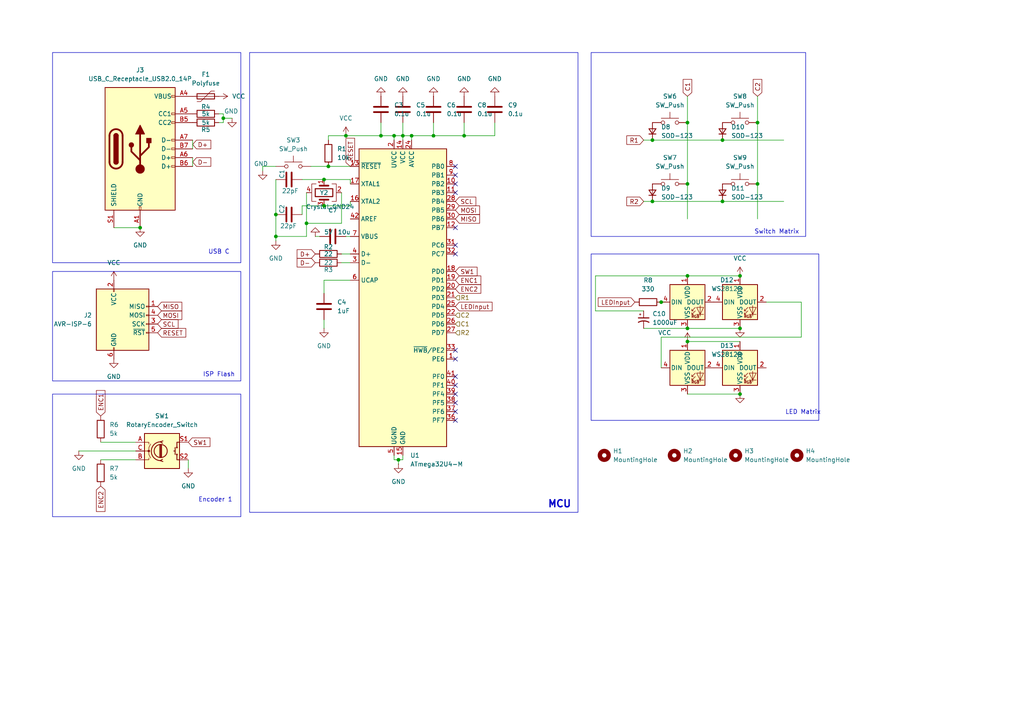
<source format=kicad_sch>
(kicad_sch (version 20250114) (generator "eeschema") (generator_version "9.0")
  (paper "A4")
  (title_block (title "MacroPad Design"))
  (lib_symbols
    (symbol "Connector:AVR-ISP-6" (pin_names (offset 1.016))
      (property "Reference" "J" (at -6.35 11.43 0))
      (property "Value" "AVR-ISP-6" (at 0 11.43 0))
      (symbol "AVR-ISP-6_0_1"
        (rectangle (start -2.667 10.16) (end -2.413 9.398))
        (rectangle (start -2.667 -6.858) (end -2.413 -7.62))
        (rectangle (start 7.62 10.16) (end -7.62 -7.62) (stroke (width 0.254)) (fill (type background)))
        (rectangle (start 7.62 5.207) (end 6.858 4.953))
        (rectangle (start 7.62 2.667) (end 6.858 2.413))
        (rectangle (start 7.62 0.127) (end 6.858 -0.127))
        (rectangle (start 7.62 -2.413) (end 6.858 -2.667))
      )
      (symbol "AVR-ISP-6_1_1"
        (pin passive line (at -2.54 12.7 270) (length 2.54) (name "VCC") (number "2"))
        (pin passive line (at -2.54 -10.16 90) (length 2.54) (name "GND") (number "6"))
        (pin passive line (at 10.16 5.08 180) (length 2.54) (name "MISO") (number "1"))
        (pin passive line (at 10.16 2.54 180) (length 2.54) (name "MOSI") (number "4"))
        (pin passive line (at 10.16 0 180) (length 2.54) (name "SCK") (number "3"))
        (pin passive line (at 10.16 -2.54 180) (length 2.54) (name "~{RST}") (number "5"))
      )
    )
    (symbol "Connector:USB_C_Receptacle_USB2.0_14P" (pin_names (offset 1.016))
      (property "Reference" "J" (at 0 22.225 0))
      (property "Value" "USB_C_Receptacle_USB2.0_14P" (at 0 19.685 0))
      (symbol "USB_C_Receptacle_USB2.0_14P_0_0"
        (rectangle (start -0.254 -17.78) (end 0.254 -16.764))
        (rectangle (start 10.16 15.494) (end 9.144 14.986))
        (rectangle (start 10.16 10.414) (end 9.144 9.906))
        (rectangle (start 10.16 7.874) (end 9.144 7.366))
        (rectangle (start 10.16 2.794) (end 9.144 2.286))
        (rectangle (start 10.16 0.254) (end 9.144 -0.254))
        (rectangle (start 10.16 -2.286) (end 9.144 -2.794))
        (rectangle (start 10.16 -4.826) (end 9.144 -5.334))
      )
      (symbol "USB_C_Receptacle_USB2.0_14P_0_1"
        (rectangle (start -10.16 17.78) (end 10.16 -17.78) (stroke (width 0.254)) (fill (type background)))
        (polyline (pts (xy -8.89 -3.81) (xy -8.89 3.81)) (stroke (width 0.508)))
        (rectangle (start -7.62 -3.81) (end -6.35 3.81) (stroke (width 0.254)) (fill (type outline)))
        (arc (start -7.62 3.81) (mid -6.985 4.4423) (end -6.35 3.81) (stroke (width 0.254)))
        (arc (start -7.62 3.81) (mid -6.985 4.4423) (end -6.35 3.81) (stroke (width 0.254)) (fill (type outline)))
        (arc (start -8.89 3.81) (mid -6.985 5.7067) (end -5.08 3.81) (stroke (width 0.508)))
        (arc (start -5.08 -3.81) (mid -6.985 -5.7067) (end -8.89 -3.81) (stroke (width 0.508)))
        (arc (start -6.35 -3.81) (mid -6.985 -4.4423) (end -7.62 -3.81) (stroke (width 0.254)))
        (arc (start -6.35 -3.81) (mid -6.985 -4.4423) (end -7.62 -3.81) (stroke (width 0.254)) (fill (type outline)))
        (polyline (pts (xy -5.08 3.81) (xy -5.08 -3.81)) (stroke (width 0.508)))
        (circle (center -2.54 1.143) (radius 0.635) (stroke (width 0.254)) (fill (type outline)))
        (polyline (pts (xy -1.27 4.318) (xy 0 6.858) (xy 1.27 4.318) (xy -1.27 4.318)) (stroke (width 0.254)) (fill (type outline)))
        (polyline (pts (xy 0 -2.032) (xy 2.54 0.508) (xy 2.54 1.778)) (stroke (width 0.508)))
        (polyline (pts (xy 0 -3.302) (xy -2.54 -0.762) (xy -2.54 0.508)) (stroke (width 0.508)))
        (polyline (pts (xy 0 -5.842) (xy 0 4.318)) (stroke (width 0.508)))
        (circle (center 0 -5.842) (radius 1.27) (fill (type outline)))
        (rectangle (start 1.905 1.778) (end 3.175 3.048) (stroke (width 0.254)) (fill (type outline)))
      )
      (symbol "USB_C_Receptacle_USB2.0_14P_1_1"
        (pin passive line (at -7.62 -22.86 90) (length 5.08) (name "SHIELD") (number "S1"))
        (pin passive line (at 0 -22.86 90) (length 5.08) (name "GND") (number "A1"))
        (pin passive line (at 0 -22.86 90) (length 5.08) (hide yes) (name "GND") (number "A12"))
        (pin passive line (at 0 -22.86 90) (length 5.08) (hide yes) (name "GND") (number "B1"))
        (pin passive line (at 0 -22.86 90) (length 5.08) (hide yes) (name "GND") (number "B12"))
        (pin passive line (at 15.24 15.24 180) (length 5.08) (name "VBUS") (number "A4"))
        (pin passive line (at 15.24 15.24 180) (length 5.08) (hide yes) (name "VBUS") (number "A9"))
        (pin passive line (at 15.24 15.24 180) (length 5.08) (hide yes) (name "VBUS") (number "B4"))
        (pin passive line (at 15.24 15.24 180) (length 5.08) (hide yes) (name "VBUS") (number "B9"))
        (pin bidirectional line (at 15.24 10.16 180) (length 5.08) (name "CC1") (number "A5"))
        (pin bidirectional line (at 15.24 7.62 180) (length 5.08) (name "CC2") (number "B5"))
        (pin bidirectional line (at 15.24 2.54 180) (length 5.08) (name "D-") (number "A7"))
        (pin bidirectional line (at 15.24 0 180) (length 5.08) (name "D-") (number "B7"))
        (pin bidirectional line (at 15.24 -2.54 180) (length 5.08) (name "D+") (number "A6"))
        (pin bidirectional line (at 15.24 -5.08 180) (length 5.08) (name "D+") (number "B6"))
      )
    )
    (symbol "Device:C" (pin_numbers (hide yes)) (pin_names (offset 0.254))
      (property "Reference" "C" (at 0.635 2.54 0))
      (property "Value" "C" (at 0.635 -2.54 0))
      (symbol "C_0_1"
        (polyline (pts (xy -2.032 0.762) (xy 2.032 0.762)) (stroke (width 0.508)))
        (polyline (pts (xy -2.032 -0.762) (xy 2.032 -0.762)) (stroke (width 0.508)))
      )
      (symbol "C_1_1"
        (pin passive line (at 0 3.81 270) (length 2.794) (name "~") (number "1"))
        (pin passive line (at 0 -3.81 90) (length 2.794) (name "~") (number "2"))
      )
    )
    (symbol "Device:C_Polarized_Small_US" (pin_numbers (hide yes)) (pin_names (offset 0.254) (hide yes))
      (property "Reference" "C" (at 0.254 1.778 0))
      (property "Value" "C_Polarized_Small_US" (at 0.254 -2.032 0))
      (symbol "C_Polarized_Small_US_0_1"
        (polyline (pts (xy -1.524 0.508) (xy 1.524 0.508)) (stroke (width 0.3048)))
        (polyline (pts (xy -1.27 1.524) (xy -0.762 1.524)))
        (polyline (pts (xy -1.016 1.27) (xy -1.016 1.778)))
        (arc (start -1.524 -0.762) (mid 0 -0.3734) (end 1.524 -0.762) (stroke (width 0.3048)))
      )
      (symbol "C_Polarized_Small_US_1_1"
        (pin passive line (at 0 2.54 270) (length 2.032) (name "~") (number "1"))
        (pin passive line (at 0 -2.54 90) (length 2.032) (name "~") (number "2"))
      )
    )
    (symbol "Device:Crystal_GND24" (pin_names (offset 1.016) (hide yes))
      (property "Reference" "Y" (at 3.175 5.08 0))
      (property "Value" "Crystal_GND24" (at 3.175 3.175 0))
      (symbol "Crystal_GND24_0_1"
        (polyline (pts (xy -2.54 2.286) (xy -2.54 3.556) (xy 2.54 3.556) (xy 2.54 2.286)))
        (polyline (pts (xy -2.54 0) (xy -2.032 0)))
        (polyline (pts (xy -2.54 -2.286) (xy -2.54 -3.556) (xy 2.54 -3.556) (xy 2.54 -2.286)))
        (polyline (pts (xy -2.032 -1.27) (xy -2.032 1.27)) (stroke (width 0.508)))
        (rectangle (start -1.143 2.54) (end 1.143 -2.54) (stroke (width 0.3048)))
        (polyline (pts (xy 0 3.556) (xy 0 3.81)))
        (polyline (pts (xy 0 -3.81) (xy 0 -3.556)))
        (polyline (pts (xy 2.032 0) (xy 2.54 0)))
        (polyline (pts (xy 2.032 -1.27) (xy 2.032 1.27)) (stroke (width 0.508)))
      )
      (symbol "Crystal_GND24_1_1"
        (pin passive line (at -3.81 0 0) (length 1.27) (name "1") (number "1"))
        (pin passive line (at 0 5.08 270) (length 1.27) (name "2") (number "2"))
        (pin passive line (at 0 -5.08 90) (length 1.27) (name "4") (number "4"))
        (pin passive line (at 3.81 0 180) (length 1.27) (name "3") (number "3"))
      )
    )
    (symbol "Device:D_Small" (pin_numbers (hide yes)) (pin_names (offset 0.254) (hide yes))
      (property "Reference" "D" (at -1.27 2.032 0))
      (property "Value" "D_Small" (at -3.81 -2.032 0))
      (symbol "D_Small_0_1"
        (polyline (pts (xy -0.762 0) (xy 0.762 0)))
        (polyline (pts (xy -0.762 -1.016) (xy -0.762 1.016)) (stroke (width 0.254)))
        (polyline (pts (xy 0.762 -1.016) (xy -0.762 0) (xy 0.762 1.016) (xy 0.762 -1.016)) (stroke (width 0.254)))
      )
      (symbol "D_Small_1_1"
        (pin passive line (at -2.54 0 0) (length 1.778) (name "K") (number "1"))
        (pin passive line (at 2.54 0 180) (length 1.778) (name "A") (number "2"))
      )
    )
    (symbol "Device:Polyfuse" (pin_numbers (hide yes)) (pin_names (offset 0))
      (property "Reference" "F" (at -2.54 0 90))
      (property "Value" "Polyfuse" (at 2.54 0 90))
      (symbol "Polyfuse_0_1"
        (polyline (pts (xy -1.524 2.54) (xy -1.524 1.524) (xy 1.524 -1.524) (xy 1.524 -2.54)))
        (rectangle (start -0.762 2.54) (end 0.762 -2.54) (stroke (width 0.254)))
        (polyline (pts (xy 0 2.54) (xy 0 -2.54)))
      )
      (symbol "Polyfuse_1_1"
        (pin passive line (at 0 3.81 270) (length 1.27) (name "~") (number "1"))
        (pin passive line (at 0 -3.81 90) (length 1.27) (name "~") (number "2"))
      )
    )
    (symbol "Device:R" (pin_numbers (hide yes)) (pin_names (offset 0))
      (property "Reference" "R" (at 2.032 0 90))
      (property "Value" "R" (at 0 0 90))
      (symbol "R_0_1"
        (rectangle (start -1.016 -2.54) (end 1.016 2.54) (stroke (width 0.254)))
      )
      (symbol "R_1_1"
        (pin passive line (at 0 3.81 270) (length 1.27) (name "~") (number "1"))
        (pin passive line (at 0 -3.81 90) (length 1.27) (name "~") (number "2"))
      )
    )
    (symbol "Device:RotaryEncoder_Switch" (pin_names (offset 0.254) (hide yes))
      (property "Reference" "SW" (at 0 6.604 0))
      (property "Value" "RotaryEncoder_Switch" (at 0 -6.604 0))
      (symbol "RotaryEncoder_Switch_0_1"
        (rectangle (start -5.08 5.08) (end 5.08 -5.08) (stroke (width 0.254)) (fill (type background)))
        (polyline (pts (xy -5.08 2.54) (xy -3.81 2.54) (xy -3.81 2.032)))
        (polyline (pts (xy -5.08 0) (xy -3.81 0) (xy -3.81 -1.016) (xy -3.302 -2.032)))
        (polyline (pts (xy -5.08 -2.54) (xy -3.81 -2.54) (xy -3.81 -2.032)))
        (polyline (pts (xy -4.318 0) (xy -3.81 0) (xy -3.81 1.016) (xy -3.302 2.032)))
        (circle (center -3.81 0) (radius 0.254) (fill (type outline)))
        (polyline (pts (xy -0.635 -1.778) (xy -0.635 1.778)) (stroke (width 0.254)))
        (circle (center -0.381 0) (radius 1.905) (stroke (width 0.254)))
        (polyline (pts (xy -0.381 -1.778) (xy -0.381 1.778)) (stroke (width 0.254)))
        (arc (start -0.381 -2.794) (mid -3.0988 -0.0635) (end -0.381 2.667) (stroke (width 0.254)))
        (polyline (pts (xy -0.127 1.778) (xy -0.127 -1.778)) (stroke (width 0.254)))
        (polyline (pts (xy 0.254 2.921) (xy -0.508 2.667) (xy 0.127 2.286)) (stroke (width 0.254)))
        (polyline (pts (xy 0.254 -3.048) (xy -0.508 -2.794) (xy 0.127 -2.413)) (stroke (width 0.254)))
        (polyline (pts (xy 3.81 1.016) (xy 3.81 -1.016)) (stroke (width 0.254)))
        (polyline (pts (xy 3.81 0) (xy 3.429 0)) (stroke (width 0.254)))
        (circle (center 4.318 1.016) (radius 0.127) (stroke (width 0.254)))
        (circle (center 4.318 -1.016) (radius 0.127) (stroke (width 0.254)))
        (polyline (pts (xy 5.08 2.54) (xy 4.318 2.54) (xy 4.318 1.016)) (stroke (width 0.254)))
        (polyline (pts (xy 5.08 -2.54) (xy 4.318 -2.54) (xy 4.318 -1.016)) (stroke (width 0.254)))
      )
      (symbol "RotaryEncoder_Switch_1_1"
        (pin passive line (at -7.62 2.54 0) (length 2.54) (name "A") (number "A"))
        (pin passive line (at -7.62 0 0) (length 2.54) (name "C") (number "C"))
        (pin passive line (at -7.62 -2.54 0) (length 2.54) (name "B") (number "B"))
        (pin passive line (at 7.62 2.54 180) (length 2.54) (name "S1") (number "S1"))
        (pin passive line (at 7.62 -2.54 180) (length 2.54) (name "S2") (number "S2"))
      )
    )
    (symbol "LED:WS2812B" (pin_names (offset 0.254))
      (property "Reference" "D" (at 5.08 5.715 0))
      (property "Value" "WS2812B" (at 1.27 -5.715 0))
      (symbol "WS2812B_0_0"
        (text "RGB" (at 2.286 -4.191 0) (effects (font (size 0.762 0.762))))
      )
      (symbol "WS2812B_0_1"
        (polyline (pts (xy 1.27 -2.54) (xy 1.778 -2.54)))
        (polyline (pts (xy 1.27 -3.556) (xy 1.778 -3.556)))
        (polyline (pts (xy 2.286 -1.524) (xy 1.27 -2.54) (xy 1.27 -2.032)))
        (polyline (pts (xy 2.286 -2.54) (xy 1.27 -3.556) (xy 1.27 -3.048)))
        (polyline (pts (xy 3.683 -1.016) (xy 3.683 -3.556) (xy 3.683 -4.064)))
        (polyline (pts (xy 4.699 -1.524) (xy 2.667 -1.524) (xy 3.683 -3.556) (xy 4.699 -1.524)))
        (polyline (pts (xy 4.699 -3.556) (xy 2.667 -3.556)))
        (rectangle (start 5.08 5.08) (end -5.08 -5.08) (stroke (width 0.254)) (fill (type background)))
      )
      (symbol "WS2812B_1_1"
        (pin input line (at -7.62 0 0) (length 2.54) (name "DIN") (number "4"))
        (pin power_in line (at 0 7.62 270) (length 2.54) (name "VDD") (number "1"))
        (pin power_in line (at 0 -7.62 90) (length 2.54) (name "VSS") (number "3"))
        (pin output line (at 7.62 0 180) (length 2.54) (name "DOUT") (number "2"))
      )
    )
    (symbol "MCU_Microchip_ATmega:ATmega32U4-M"
      (property "Reference" "U" (at -12.7 44.45 0))
      (property "Value" "ATmega32U4-M" (at 2.54 -44.45 0))
      (symbol "ATmega32U4-M_0_1"
        (rectangle (start -12.7 -43.18) (end 12.7 43.18) (stroke (width 0.254)) (fill (type background)))
      )
      (symbol "ATmega32U4-M_1_1"
        (pin input line (at -15.24 38.1 0) (length 2.54) (name "~{RESET}") (number "13"))
        (pin input line (at -15.24 33.02 0) (length 2.54) (name "XTAL1") (number "17"))
        (pin output line (at -15.24 27.94 0) (length 2.54) (name "XTAL2") (number "16"))
        (pin passive line (at -15.24 22.86 0) (length 2.54) (name "AREF") (number "42"))
        (pin input line (at -15.24 17.78 0) (length 2.54) (name "VBUS") (number "7"))
        (pin bidirectional line (at -15.24 12.7 0) (length 2.54) (name "D+") (number "4"))
        (pin bidirectional line (at -15.24 10.16 0) (length 2.54) (name "D-") (number "3"))
        (pin passive line (at -15.24 5.08 0) (length 2.54) (name "UCAP") (number "6"))
        (pin power_in line (at -2.54 45.72 270) (length 2.54) (name "UVCC") (number "2"))
        (pin passive line (at -2.54 -45.72 90) (length 2.54) (name "UGND") (number "5"))
        (pin power_in line (at 0 45.72 270) (length 2.54) (name "VCC") (number "14"))
        (pin passive line (at 0 45.72 270) (length 2.54) (hide yes) (name "VCC") (number "34"))
        (pin power_in line (at 0 -45.72 90) (length 2.54) (name "GND") (number "15"))
        (pin passive line (at 0 -45.72 90) (length 2.54) (hide yes) (name "GND") (number "23"))
        (pin passive line (at 0 -45.72 90) (length 2.54) (hide yes) (name "GND") (number "35"))
        (pin passive line (at 0 -45.72 90) (length 2.54) (hide yes) (name "GND") (number "43"))
        (pin passive line (at 0 -45.72 90) (length 2.54) (hide yes) (name "GND") (number "45"))
        (pin power_in line (at 2.54 45.72 270) (length 2.54) (name "AVCC") (number "24"))
        (pin passive line (at 2.54 45.72 270) (length 2.54) (hide yes) (name "AVCC") (number "44"))
        (pin bidirectional line (at 15.24 38.1 180) (length 2.54) (name "PB0") (number "8"))
        (pin bidirectional line (at 15.24 35.56 180) (length 2.54) (name "PB1") (number "9"))
        (pin bidirectional line (at 15.24 33.02 180) (length 2.54) (name "PB2") (number "10"))
        (pin bidirectional line (at 15.24 30.48 180) (length 2.54) (name "PB3") (number "11"))
        (pin bidirectional line (at 15.24 27.94 180) (length 2.54) (name "PB4") (number "28"))
        (pin bidirectional line (at 15.24 25.4 180) (length 2.54) (name "PB5") (number "29"))
        (pin bidirectional line (at 15.24 22.86 180) (length 2.54) (name "PB6") (number "30"))
        (pin bidirectional line (at 15.24 20.32 180) (length 2.54) (name "PB7") (number "12"))
        (pin bidirectional line (at 15.24 15.24 180) (length 2.54) (name "PC6") (number "31"))
        (pin bidirectional line (at 15.24 12.7 180) (length 2.54) (name "PC7") (number "32"))
        (pin bidirectional line (at 15.24 7.62 180) (length 2.54) (name "PD0") (number "18"))
        (pin bidirectional line (at 15.24 5.08 180) (length 2.54) (name "PD1") (number "19"))
        (pin bidirectional line (at 15.24 2.54 180) (length 2.54) (name "PD2") (number "20"))
        (pin bidirectional line (at 15.24 0 180) (length 2.54) (name "PD3") (number "21"))
        (pin bidirectional line (at 15.24 -2.54 180) (length 2.54) (name "PD4") (number "25"))
        (pin bidirectional line (at 15.24 -5.08 180) (length 2.54) (name "PD5") (number "22"))
        (pin bidirectional line (at 15.24 -7.62 180) (length 2.54) (name "PD6") (number "26"))
        (pin bidirectional line (at 15.24 -10.16 180) (length 2.54) (name "PD7") (number "27"))
        (pin bidirectional line (at 15.24 -15.24 180) (length 2.54) (name "~{HWB}/PE2") (number "33"))
        (pin bidirectional line (at 15.24 -17.78 180) (length 2.54) (name "PE6") (number "1"))
        (pin bidirectional line (at 15.24 -22.86 180) (length 2.54) (name "PF0") (number "41"))
        (pin bidirectional line (at 15.24 -25.4 180) (length 2.54) (name "PF1") (number "40"))
        (pin bidirectional line (at 15.24 -27.94 180) (length 2.54) (name "PF4") (number "39"))
        (pin bidirectional line (at 15.24 -30.48 180) (length 2.54) (name "PF5") (number "38"))
        (pin bidirectional line (at 15.24 -33.02 180) (length 2.54) (name "PF6") (number "37"))
        (pin bidirectional line (at 15.24 -35.56 180) (length 2.54) (name "PF7") (number "36"))
      )
    )
    (symbol "Mechanical:MountingHole" (pin_names (offset 1.016)) (in_bom no)
      (property "Reference" "H" (at 0 5.08 0))
      (property "Value" "MountingHole" (at 0 3.175 0))
      (symbol "MountingHole_0_1"
        (circle (center 0 0) (radius 1.27) (stroke (width 1.27)))
      )
    )
    (symbol "Switch:SW_Push" (pin_numbers (hide yes)) (pin_names (offset 1.016) (hide yes))
      (property "Reference" "SW" (at 1.27 2.54 0))
      (property "Value" "SW_Push" (at 0 -1.524 0))
      (symbol "SW_Push_0_1"
        (circle (center -2.032 0) (radius 0.508))
        (polyline (pts (xy 0 1.27) (xy 0 3.048)))
        (circle (center 2.032 0) (radius 0.508))
        (polyline (pts (xy 2.54 1.27) (xy -2.54 1.27)))
        (pin passive line (at -5.08 0 0) (length 2.54) (name "1") (number "1"))
        (pin passive line (at 5.08 0 180) (length 2.54) (name "2") (number "2"))
      )
    )
    (symbol "power:+5V" (power) (pin_numbers (hide yes)) (pin_names (offset 0) (hide yes))
      (property "Value" "+5V" (at 0 3.556 0))
      (symbol "+5V_0_1"
        (polyline (pts (xy -0.762 1.27) (xy 0 2.54)))
        (polyline (pts (xy 0 2.54) (xy 0.762 1.27)))
        (polyline (pts (xy 0 0) (xy 0 2.54)))
      )
      (symbol "+5V_1_1"
        (pin power_in line (at 0 0 90) (length 0) (name "~") (number "1"))
      )
    )
    (symbol "power:GND" (power) (pin_numbers (hide yes)) (pin_names (offset 0) (hide yes))
      (property "Value" "GND" (at 0 -3.81 0))
      (symbol "GND_0_1"
        (polyline (pts (xy 0 0) (xy 0 -1.27) (xy 1.27 -1.27) (xy 0 -2.54) (xy -1.27 -1.27) (xy 0 -1.27)))
      )
      (symbol "GND_1_1"
        (pin power_in line (at 0 0 270) (length 0) (name "~") (number "1"))
      )
    )
    (symbol "power:VCC" (power) (pin_numbers (hide yes)) (pin_names (offset 0) (hide yes))
      (property "Value" "VCC" (at 0 3.556 0))
      (symbol "VCC_0_1"
        (polyline (pts (xy -0.762 1.27) (xy 0 2.54)))
        (polyline (pts (xy 0 2.54) (xy 0.762 1.27)))
        (polyline (pts (xy 0 0) (xy 0 2.54)))
      )
      (symbol "VCC_1_1"
        (pin power_in line (at 0 0 90) (length 0) (name "~") (number "1"))
      )
    )
  )
  (rectangle (start 15.24 78.74) (end 69.85 110.49))
  (rectangle (start 171.45 73.66) (end 237.49 121.92))
  (rectangle (start 15.24 15.24) (end 69.85 76.2))
  (rectangle (start 72.39 15.24) (end 167.64 148.59))
  (rectangle (start 15.24 114.3) (end 69.85 149.86))
  (rectangle (start 171.45 15.24) (end 233.68 68.58))
  (text "Switch Matrix" (at 225.298 67.31 0) (effects (font (size 1.27 1.27))))
  (text "USB C" (at 63.5 73.152 0) (effects (font (size 1.27 1.27))))
  (text "MCU" (at 162.306 146.304 0) (effects (font (size 2.032 2.032) (thickness 0.4064) (bold yes))))
  (text "ISP Flash" (at 63.5 108.712 0) (effects (font (size 1.27 1.27))))
  (text "LED Matrix" (at 232.918 119.634 0) (effects (font (size 1.27 1.27))))
  (text "Encoder 1" (at 62.484 145.034 0) (effects (font (size 1.27 1.27))))
  (junction (at 199.39 95.25))
  (junction (at 95.25 48.26))
  (junction (at 114.3 39.37))
  (junction (at 199.39 99.06))
  (junction (at 199.39 35.56))
  (junction (at 88.9 64.77))
  (junction (at 100.33 39.37))
  (junction (at 93.98 52.07))
  (junction (at 80.01 68.58))
  (junction (at 189.23 58.42))
  (junction (at 191.77 87.63))
  (junction (at 199.39 80.01))
  (junction (at 209.55 58.42))
  (junction (at 93.98 59.69))
  (junction (at 189.23 40.64))
  (junction (at 214.63 95.25))
  (junction (at 40.64 66.04))
  (junction (at 80.01 62.23))
  (junction (at 115.57 133.35))
  (junction (at 110.49 39.37))
  (junction (at 116.84 39.37))
  (junction (at 219.71 35.56))
  (junction (at 219.71 53.34))
  (junction (at 214.63 114.3))
  (junction (at 134.62 39.37))
  (junction (at 64.77 34.29))
  (junction (at 119.38 39.37))
  (junction (at 125.73 39.37))
  (junction (at 199.39 53.34))
  (junction (at 209.55 40.64))
  (junction (at 214.63 80.01))
  (no_connect (at 132.08 55.88))
  (no_connect (at 132.08 73.66))
  (no_connect (at 132.08 109.22))
  (no_connect (at 132.08 104.14))
  (no_connect (at 132.08 66.04))
  (no_connect (at 132.08 71.12))
  (no_connect (at 132.08 114.3))
  (no_connect (at 132.08 50.8))
  (no_connect (at 132.08 53.34))
  (no_connect (at 132.08 48.26))
  (no_connect (at 132.08 119.38))
  (no_connect (at 132.08 111.76))
  (no_connect (at 132.08 101.6))
  (no_connect (at 132.08 116.84))
  (no_connect (at 132.08 121.92))
  (wire (pts (xy 119.38 39.37) (xy 125.73 39.37)))
  (wire (pts (xy 186.69 90.17) (xy 172.72 90.17)))
  (wire (pts (xy 87.63 59.69) (xy 93.98 59.69)))
  (wire (pts (xy 115.57 133.35) (xy 115.57 134.62)))
  (wire (pts (xy 63.5 33.02) (xy 64.77 33.02)))
  (wire (pts (xy 199.39 99.06) (xy 214.63 99.06)))
  (wire (pts (xy 186.69 40.64) (xy 189.23 40.64)))
  (wire (pts (xy 116.84 132.08) (xy 116.84 133.35)))
  (wire (pts (xy 209.55 40.64) (xy 227.33 40.64)))
  (wire (pts (xy 93.98 81.28) (xy 93.98 85.09)))
  (wire (pts (xy 232.41 97.79) (xy 232.41 87.63)))
  (wire (pts (xy 189.23 40.64) (xy 209.55 40.64)))
  (wire (pts (xy 88.9 64.77) (xy 99.06 64.77)))
  (wire (pts (xy 115.57 133.35) (xy 116.84 133.35)))
  (wire (pts (xy 33.02 66.04) (xy 40.64 66.04)))
  (wire (pts (xy 119.38 39.37) (xy 119.38 40.64)))
  (wire (pts (xy 193.04 87.63) (xy 191.77 87.63)))
  (wire (pts (xy 219.71 53.34) (xy 219.71 63.5)))
  (wire (pts (xy 99.06 55.88) (xy 99.06 64.77)))
  (wire (pts (xy 134.62 39.37) (xy 143.51 39.37)))
  (wire (pts (xy 29.21 133.35) (xy 39.37 133.35)))
  (wire (pts (xy 87.63 62.23) (xy 87.63 59.69)))
  (wire (pts (xy 143.51 35.56) (xy 143.51 39.37)))
  (wire (pts (xy 88.9 68.58) (xy 80.01 68.58)))
  (wire (pts (xy 125.73 39.37) (xy 134.62 39.37)))
  (wire (pts (xy 100.33 68.58) (xy 101.6 68.58)))
  (wire (pts (xy 64.77 33.02) (xy 64.77 34.29)))
  (wire (pts (xy 95.25 48.26) (xy 101.6 48.26)))
  (wire (pts (xy 189.23 58.42) (xy 209.55 58.42)))
  (wire (pts (xy 91.44 68.58) (xy 92.71 68.58)))
  (wire (pts (xy 101.6 52.07) (xy 101.6 53.34)))
  (wire (pts (xy 116.84 35.56) (xy 116.84 39.37)))
  (wire (pts (xy 114.3 133.35) (xy 115.57 133.35)))
  (wire (pts (xy 99.06 76.2) (xy 101.6 76.2)))
  (wire (pts (xy 199.39 114.3) (xy 214.63 114.3)))
  (wire (pts (xy 22.86 130.81) (xy 39.37 130.81)))
  (wire (pts (xy 191.77 106.68) (xy 191.77 97.79)))
  (wire (pts (xy 125.73 39.37) (xy 125.73 35.56)))
  (wire (pts (xy 199.39 95.25) (xy 214.63 95.25)))
  (wire (pts (xy 87.63 52.07) (xy 93.98 52.07)))
  (wire (pts (xy 95.25 39.37) (xy 100.33 39.37)))
  (wire (pts (xy 116.84 39.37) (xy 119.38 39.37)))
  (wire (pts (xy 222.25 87.63) (xy 232.41 87.63)))
  (wire (pts (xy 76.2 48.26) (xy 80.01 48.26)))
  (wire (pts (xy 80.01 68.58) (xy 80.01 69.85)))
  (wire (pts (xy 54.61 133.35) (xy 54.61 135.89)))
  (wire (pts (xy 186.69 95.25) (xy 199.39 95.25)))
  (wire (pts (xy 172.72 80.01) (xy 199.39 80.01)))
  (wire (pts (xy 80.01 52.07) (xy 80.01 62.23)))
  (wire (pts (xy 114.3 132.08) (xy 114.3 133.35)))
  (wire (pts (xy 172.72 90.17) (xy 172.72 80.01)))
  (wire (pts (xy 93.98 52.07) (xy 101.6 52.07)))
  (wire (pts (xy 110.49 35.56) (xy 110.49 39.37)))
  (wire (pts (xy 64.77 34.29) (xy 67.31 34.29)))
  (wire (pts (xy 64.77 34.29) (xy 64.77 35.56)))
  (wire (pts (xy 88.9 55.88) (xy 88.9 64.77)))
  (wire (pts (xy 134.62 35.56) (xy 134.62 39.37)))
  (wire (pts (xy 90.17 48.26) (xy 95.25 48.26)))
  (wire (pts (xy 199.39 80.01) (xy 214.63 80.01)))
  (wire (pts (xy 186.69 58.42) (xy 189.23 58.42)))
  (wire (pts (xy 100.33 39.37) (xy 110.49 39.37)))
  (wire (pts (xy 219.71 27.94) (xy 219.71 35.56)))
  (wire (pts (xy 199.39 35.56) (xy 199.39 53.34)))
  (wire (pts (xy 29.21 128.27) (xy 39.37 128.27)))
  (wire (pts (xy 219.71 35.56) (xy 219.71 53.34)))
  (wire (pts (xy 199.39 27.94) (xy 199.39 35.56)))
  (wire (pts (xy 55.88 45.72) (xy 55.88 48.26)))
  (wire (pts (xy 64.77 35.56) (xy 63.5 35.56)))
  (wire (pts (xy 99.06 73.66) (xy 101.6 73.66)))
  (wire (pts (xy 101.6 59.69) (xy 101.6 58.42)))
  (wire (pts (xy 209.55 58.42) (xy 227.33 58.42)))
  (wire (pts (xy 101.6 81.28) (xy 93.98 81.28)))
  (wire (pts (xy 110.49 39.37) (xy 114.3 39.37)))
  (wire (pts (xy 191.77 97.79) (xy 232.41 97.79)))
  (wire (pts (xy 88.9 64.77) (xy 88.9 68.58)))
  (wire (pts (xy 199.39 53.34) (xy 199.39 63.5)))
  (wire (pts (xy 80.01 62.23) (xy 80.01 68.58)))
  (wire (pts (xy 116.84 39.37) (xy 116.84 40.64)))
  (wire (pts (xy 93.98 59.69) (xy 101.6 59.69)))
  (wire (pts (xy 55.88 40.64) (xy 55.88 43.18)))
  (wire (pts (xy 114.3 39.37) (xy 116.84 39.37)))
  (wire (pts (xy 76.2 49.53) (xy 76.2 48.26)))
  (wire (pts (xy 93.98 92.71) (xy 93.98 95.25)))
  (wire (pts (xy 95.25 40.64) (xy 95.25 39.37)))
  (wire (pts (xy 114.3 40.64) (xy 114.3 39.37)))
  (global_label "RESET" (shape input) (at 45.72 96.52 0) (property "Intersheetrefs" "${INTERSHEET_REFS}" (effects (hide yes))))
  (global_label "ENC1" (shape input) (at 29.21 120.65 90) (property "Intersheetrefs" "${INTERSHEET_REFS}" (effects (hide yes))))
  (global_label "MISO" (shape input) (at 132.08 63.5 0) (property "Intersheetrefs" "${INTERSHEET_REFS}" (effects (hide yes))))
  (global_label "MOSI" (shape input) (at 45.72 91.44 0) (property "Intersheetrefs" "${INTERSHEET_REFS}" (effects (hide yes))))
  (global_label "SW1" (shape input) (at 54.61 128.27 0) (property "Intersheetrefs" "${INTERSHEET_REFS}" (effects (hide yes))))
  (global_label "RESET" (shape input) (at 101.6 48.26 90) (property "Intersheetrefs" "${INTERSHEET_REFS}" (effects (hide yes))))
  (global_label "MISO" (shape input) (at 45.72 88.9 0) (property "Intersheetrefs" "${INTERSHEET_REFS}" (effects (hide yes))))
  (global_label "D+" (shape input) (at 55.88 41.91 0) (property "Intersheetrefs" "${INTERSHEET_REFS}" (effects (hide yes))))
  (global_label "R2" (shape input) (at 186.69 58.42 180) (property "Intersheetrefs" "${INTERSHEET_REFS}" (effects (hide yes))))
  (global_label "SCL" (shape input) (at 45.72 93.98 0) (property "Intersheetrefs" "${INTERSHEET_REFS}" (effects (hide yes))))
  (global_label "SCL" (shape input) (at 132.08 58.42 0) (property "Intersheetrefs" "${INTERSHEET_REFS}" (effects (hide yes))))
  (global_label "C2" (shape input) (at 219.71 27.94 90) (property "Intersheetrefs" "${INTERSHEET_REFS}" (effects (hide yes))))
  (global_label "C1" (shape input) (at 199.39 27.94 90) (property "Intersheetrefs" "${INTERSHEET_REFS}" (effects (hide yes))))
  (global_label "ENC2" (shape input) (at 132.08 83.82 0) (property "Intersheetrefs" "${INTERSHEET_REFS}" (effects (hide yes))))
  (global_label "LEDInput" (shape input) (at 132.08 88.9 0) (property "Intersheetrefs" "${INTERSHEET_REFS}" (effects (hide yes))))
  (global_label "D-" (shape input) (at 55.88 46.99 0) (property "Intersheetrefs" "${INTERSHEET_REFS}" (effects (hide yes))))
  (global_label "MOSI" (shape input) (at 132.08 60.96 0) (property "Intersheetrefs" "${INTERSHEET_REFS}" (effects (hide yes))))
  (global_label "R1" (shape input) (at 186.69 40.64 180) (property "Intersheetrefs" "${INTERSHEET_REFS}" (effects (hide yes))))
  (global_label "ENC2" (shape input) (at 29.21 140.97 270) (property "Intersheetrefs" "${INTERSHEET_REFS}" (effects (hide yes))))
  (global_label "D-" (shape input) (at 91.44 76.2 180) (property "Intersheetrefs" "${INTERSHEET_REFS}" (effects (hide yes))))
  (global_label "ENC1" (shape input) (at 132.08 81.28 0) (property "Intersheetrefs" "${INTERSHEET_REFS}" (effects (hide yes))))
  (global_label "LEDInput" (shape input) (at 184.15 87.63 180) (property "Intersheetrefs" "${INTERSHEET_REFS}" (effects (hide yes))))
  (global_label "D+" (shape input) (at 91.44 73.66 180) (property "Intersheetrefs" "${INTERSHEET_REFS}" (effects (hide yes))))
  (global_label "SW1" (shape input) (at 132.08 78.74 0) (property "Intersheetrefs" "${INTERSHEET_REFS}" (effects (hide yes))))
  (hierarchical_label "R1" (shape input) (at 132.08 86.36 0))
  (hierarchical_label "C2" (shape input) (at 132.08 91.44 0))
  (hierarchical_label "R2" (shape input) (at 132.08 96.52 0))
  (hierarchical_label "C1" (shape input) (at 132.08 93.98 0))
  (symbol (lib_id "power:GND") (at 214.63 95.25 0) (unit 1)
    (property "Reference" "#PWR08" (effects (hide yes)))
    (property "Value" "GND" (effects (hide yes)))
    (property "Description" "Power symbol creates a global label with name \"GND\" , ground" (effects (hide yes)))
  )
  (symbol (lib_id "Device:C") (at 96.52 68.58 90) (unit 1)
    (property "Reference" "C7" (at 96.52 60.96 90))
    (property "Value" "10u" (at 99.822 67.31 90))
    (property "Footprint" "Capacitor_SMD:C_0805_2012Metric" (effects (hide yes)))
    (property "Description" "Unpolarized capacitor" (effects (hide yes)))
  )
  (symbol (lib_id "Device:C") (at 93.98 88.9 180) (unit 1)
    (property "Reference" "C4" (at 97.79 87.6299 0) (effects (justify right)))
    (property "Value" "1uF" (at 97.79 90.1699 0) (effects (justify right)))
    (property "Footprint" "Capacitor_SMD:C_0805_2012Metric" (effects (hide yes)))
    (property "Description" "Unpolarized capacitor" (effects (hide yes)))
  )
  (symbol (lib_id "Switch:SW_Push") (at 214.63 53.34 0) (unit 1)
    (property "Reference" "SW9" (at 214.63 45.72 0))
    (property "Value" "SW_Push" (at 214.63 48.26 0))
    (property "Footprint" "marbastlib-xp-mx:LED_MX_WS2812_2020" (effects (hide yes)))
    (property "Description" "Push button switch, generic, two pins" (effects (hide yes)))
  )
  (symbol (lib_id "LED:WS2812B") (at 199.39 106.68 0) (unit 1)
    (property "Reference" "D13" (at 210.82 100.2598 0))
    (property "Value" "WS2812B" (at 210.82 102.7998 0))
    (property "Footprint" "LED_SMD:LED_WS2812B_PLCC4_5.0x5.0mm_P3.2mm" (effects (hide yes)))
    (property "Datasheet" "https://cdn-shop.adafruit.com/datasheets/WS2812B.pdf" (effects (hide yes)))
    (property "Description" "RGB LED with integrated controller" (effects (hide yes)))
  )
  (symbol (lib_id "power:GND") (at 76.2 49.53 0) (unit 1)
    (property "Reference" "#PWR019" (effects (hide yes)))
    (property "Value" "GND" (at 75.692 47.498 0))
    (property "Description" "Power symbol creates a global label with name \"GND\" , ground" (effects (hide yes)))
  )
  (symbol (lib_id "power:GND") (at 54.61 135.89 0) (unit 1)
    (property "Reference" "#PWR025" (effects (hide yes)))
    (property "Value" "GND" (at 54.61 140.97 0))
    (property "Description" "Power symbol creates a global label with name \"GND\" , ground" (effects (hide yes)))
  )
  (symbol (lib_id "Device:RotaryEncoder_Switch") (at 46.99 130.81 0) (unit 1)
    (property "Reference" "SW1" (at 46.99 120.65 0))
    (property "Value" "RotaryEncoder_Switch" (at 46.99 123.19 0))
    (property "Footprint" "Rotary_Encoder:RotaryEncoder_Alps_EC11E-Switch_Vertical_H20mm" (effects (hide yes)))
    (property "Description" "Rotary encoder, dual channel, incremental quadrate outputs, with switch" (effects (hide yes)))
  )
  (symbol (lib_id "Device:R") (at 59.69 33.02 90) (unit 1)
    (property "Reference" "R4" (at 59.69 30.988 90))
    (property "Value" "5k" (at 59.69 33.02 90))
    (property "Footprint" "Resistor_SMD:R_0805_2012Metric" (effects (hide yes)))
    (property "Description" "Resistor" (effects (hide yes)))
  )
  (symbol (lib_id "Device:D_Small") (at 189.23 38.1 90) (unit 1)
    (property "Reference" "D8" (at 191.77 36.8299 90) (effects (justify right)))
    (property "Value" "SOD-123" (at 191.77 39.3699 90) (effects (justify right)))
    (property "Footprint" "Diode_SMD:D_SOD-123" (effects (hide yes)))
    (property "Description" "Diode, small symbol" (effects (hide yes)))
    (property "Sim.Device" "D" (effects (hide yes)))
    (property "Sim.Pins" "1=K 2=A" (effects (hide yes)))
  )
  (symbol (lib_id "Device:R") (at 29.21 137.16 0) (unit 1)
    (property "Reference" "R7" (at 31.75 135.8899 0) (effects (justify left)))
    (property "Value" "5k" (at 31.75 138.4299 0) (effects (justify left)))
    (property "Footprint" "Resistor_SMD:R_0805_2012Metric" (effects (hide yes)))
    (property "Description" "Resistor" (effects (hide yes)))
  )
  (symbol (lib_id "Device:R") (at 95.25 73.66 90) (unit 1)
    (property "Reference" "R2" (at 95.25 71.628 90))
    (property "Value" "22" (at 95.25 73.66 90))
    (property "Footprint" "Resistor_SMD:R_0805_2012Metric" (effects (hide yes)))
    (property "Description" "Resistor" (effects (hide yes)))
  )
  (symbol (lib_id "Mechanical:MountingHole") (at 195.58 132.08 0) (unit 1) (in_bom no)
    (property "Reference" "H2" (at 198.12 130.8099 0) (effects (justify left)))
    (property "Value" "MountingHole" (at 198.12 133.3499 0) (effects (justify left)))
    (property "Footprint" "MountingHole:MountingHole_3mm" (effects (hide yes)))
    (property "Description" "Mounting Hole without connection" (effects (hide yes)))
  )
  (symbol (lib_id "Device:D_Small") (at 209.55 38.1 90) (unit 1)
    (property "Reference" "D10" (at 212.09 36.8299 90) (effects (justify right)))
    (property "Value" "SOD-123" (at 212.09 39.3699 90) (effects (justify right)))
    (property "Footprint" "Diode_SMD:D_SOD-123" (effects (hide yes)))
    (property "Description" "Diode, small symbol" (effects (hide yes)))
    (property "Sim.Device" "D" (effects (hide yes)))
    (property "Sim.Pins" "1=K 2=A" (effects (hide yes)))
  )
  (symbol (lib_id "Device:D_Small") (at 209.55 55.88 90) (unit 1)
    (property "Reference" "D11" (at 212.09 54.6099 90) (effects (justify right)))
    (property "Value" "SOD-123" (at 212.09 57.1499 90) (effects (justify right)))
    (property "Footprint" "Diode_SMD:D_SOD-123" (effects (hide yes)))
    (property "Description" "Diode, small symbol" (effects (hide yes)))
    (property "Sim.Device" "D" (effects (hide yes)))
    (property "Sim.Pins" "1=K 2=A" (effects (hide yes)))
  )
  (symbol (lib_id "power:GND") (at 80.01 69.85 0) (unit 1)
    (property "Reference" "#PWR05" (effects (hide yes)))
    (property "Value" "GND" (at 80.01 74.93 0))
    (property "Description" "Power symbol creates a global label with name \"GND\" , ground" (effects (hide yes)))
  )
  (symbol (lib_id "power:+5V") (at 199.39 99.06 0) (unit 1)
    (property "Reference" "#PWR06" (effects (hide yes)))
    (property "Value" "VCC" (at 192.786 96.52 0))
    (property "Description" "Power symbol creates a global label with name \"+5V\"" (effects (hide yes)))
  )
  (symbol (lib_id "Device:R") (at 29.21 124.46 0) (unit 1)
    (property "Reference" "R6" (at 31.75 123.1899 0) (effects (justify left)))
    (property "Value" "5k" (at 31.75 125.7299 0) (effects (justify left)))
    (property "Footprint" "Resistor_SMD:R_0805_2012Metric" (effects (hide yes)))
    (property "Description" "Resistor" (effects (hide yes)))
  )
  (symbol (lib_id "power:GND") (at 115.57 134.62 0) (unit 1)
    (property "Reference" "#PWR016" (effects (hide yes)))
    (property "Value" "GND" (at 115.57 139.7 0))
    (property "Description" "Power symbol creates a global label with name \"GND\" , ground" (effects (hide yes)))
  )
  (symbol (lib_id "Mechanical:MountingHole") (at 231.14 132.08 0) (unit 1) (in_bom no)
    (property "Reference" "H4" (at 233.68 130.8099 0) (effects (justify left)))
    (property "Value" "MountingHole" (at 233.68 133.3499 0) (effects (justify left)))
    (property "Footprint" "MountingHole:MountingHole_3mm" (effects (hide yes)))
    (property "Description" "Mounting Hole without connection" (effects (hide yes)))
  )
  (symbol (lib_id "power:GND") (at 214.63 114.3 0) (unit 1)
    (property "Reference" "#PWR09" (effects (hide yes)))
    (property "Value" "GND" (effects (hide yes)))
    (property "Description" "Power symbol creates a global label with name \"GND\" , ground" (effects (hide yes)))
  )
  (symbol (lib_id "power:GND") (at 110.49 27.94 180) (unit 1)
    (property "Reference" "#PWR01" (effects (hide yes)))
    (property "Value" "GND" (at 110.49 22.86 0))
    (property "Description" "Power symbol creates a global label with name \"GND\" , ground" (effects (hide yes)))
  )
  (symbol (lib_id "Switch:SW_Push") (at 214.63 35.56 0) (unit 1)
    (property "Reference" "SW8" (at 214.63 27.94 0))
    (property "Value" "SW_Push" (at 214.63 30.48 0))
    (property "Footprint" "marbastlib-xp-mx:LED_MX_WS2812_2020" (effects (hide yes)))
    (property "Description" "Push button switch, generic, two pins" (effects (hide yes)))
  )
  (symbol (lib_id "power:GND") (at 33.02 104.14 0) (unit 1)
    (property "Reference" "#PWR018" (effects (hide yes)))
    (property "Value" "GND" (at 33.02 109.22 0))
    (property "Description" "Power symbol creates a global label with name \"GND\" , ground" (effects (hide yes)))
  )
  (symbol (lib_id "MCU_Microchip_ATmega:ATmega32U4-M") (at 116.84 86.36 0) (unit 1)
    (property "Reference" "U1" (at 118.9833 132.08 0) (effects (justify left)))
    (property "Value" "ATmega32U4-M" (at 118.9833 134.62 0) (effects (justify left)))
    (property "Footprint" "Package_DFN_QFN:QFN-44-1EP_7x7mm_P0.5mm_EP5.2x5.2mm" (effects (hide yes)))
    (property "Datasheet" "http://ww1.microchip.com/downloads/en/DeviceDoc/Atmel-7766-8-bit-AVR-ATmega16U4-32U4_Datasheet.pdf" (effects (hide yes)))
    (property "Description" "16MHz, 32kB Flash, 2.5kB SRAM, 1kB EEPROM, USB 2.0, QFN-44" (effects (hide yes)))
  )
  (symbol (lib_id "Connector:USB_C_Receptacle_USB2.0_14P") (at 40.64 43.18 0) (unit 1)
    (property "Reference" "J3" (at 40.64 20.32 0))
    (property "Value" "USB_C_Receptacle_USB2.0_14P" (at 40.64 22.86 0))
    (property "Footprint" "Connector_USB:USB_C_Receptacle_HRO_TYPE-C-31-M-12" (effects (hide yes)))
    (property "Datasheet" "https://www.usb.org/sites/default/files/documents/usb_type-c.zip" (effects (hide yes)))
    (property "Description" "USB 2.0-only 14P Type-C Receptacle connector" (effects (hide yes)))
  )
  (symbol (lib_id "Device:C") (at 125.73 31.75 0) (unit 1)
    (property "Reference" "C6" (at 129.54 30.4799 0) (effects (justify left)))
    (property "Value" "0.1u" (at 129.54 33.0199 0) (effects (justify left)))
    (property "Footprint" "Capacitor_SMD:C_0805_2012Metric" (effects (hide yes)))
    (property "Description" "Unpolarized capacitor" (effects (hide yes)))
  )
  (symbol (lib_id "Device:R") (at 187.96 87.63 90) (unit 1)
    (property "Reference" "R8" (at 187.96 81.28 90))
    (property "Value" "330" (at 187.96 83.82 90))
    (property "Footprint" "Resistor_SMD:R_0805_2012Metric" (effects (hide yes)))
    (property "Description" "Resistor" (effects (hide yes)))
  )
  (symbol (lib_id "power:GND") (at 134.62 27.94 180) (unit 1)
    (property "Reference" "#PWR010" (effects (hide yes)))
    (property "Value" "GND" (at 134.62 22.86 0))
    (property "Description" "Power symbol creates a global label with name \"GND\" , ground" (effects (hide yes)))
  )
  (symbol (lib_id "Connector:AVR-ISP-6") (at 35.56 93.98 0) (unit 1)
    (property "Reference" "J2" (at 26.67 91.4399 0) (effects (justify right)))
    (property "Value" "AVR-ISP-6" (at 26.67 93.9799 0) (effects (justify right)))
    (property "Footprint" "random-keyboard-parts.pretty-master:Reset_Pretty-Mask" (effects (hide yes)))
    (property "Description" "Atmel 6-pin ISP connector" (effects (hide yes)))
  )
  (symbol (lib_id "Device:C") (at 116.84 31.75 0) (unit 1)
    (property "Reference" "C5" (at 120.65 30.4799 0) (effects (justify left)))
    (property "Value" "0.1u" (at 120.65 33.0199 0) (effects (justify left)))
    (property "Footprint" "Capacitor_SMD:C_0805_2012Metric" (effects (hide yes)))
    (property "Description" "Unpolarized capacitor" (effects (hide yes)))
  )
  (symbol (lib_id "Device:Crystal_GND24") (at 93.98 55.88 270) (unit 1)
    (property "Reference" "Y2" (at 93.98 55.88 90))
    (property "Value" "Crystal_GND24" (at 95.758 59.944 90))
    (property "Footprint" "Crystal:Crystal_SMD_3225-4Pin_3.2x2.5mm" (effects (hide yes)))
    (property "Description" "Four pin crystal, GND on pins 2 and 4" (effects (hide yes)))
  )
  (symbol (lib_id "Switch:SW_Push") (at 85.09 48.26 0) (unit 1)
    (property "Reference" "SW3" (at 85.09 40.64 0))
    (property "Value" "SW_Push" (at 85.09 43.18 0))
    (property "Footprint" "Button_Switch_THT:SW_PUSH_6mm" (effects (hide yes)))
    (property "Description" "Push button switch, generic, two pins" (effects (hide yes)))
  )
  (symbol (lib_id "Device:C") (at 83.82 62.23 90) (unit 1)
    (property "Reference" "C2" (at 81.788 61.976 0) (effects (justify left)))
    (property "Value" "22pF" (at 86.106 65.532 90) (effects (justify left)))
    (property "Footprint" "Capacitor_SMD:C_0805_2012Metric" (effects (hide yes)))
    (property "Description" "Unpolarized capacitor" (effects (hide yes)))
  )
  (symbol (lib_id "Device:Polyfuse") (at 59.69 27.94 270) (unit 1)
    (property "Reference" "F1" (at 59.69 21.59 90))
    (property "Value" "Polyfuse" (at 59.69 24.13 90))
    (property "Footprint" "Fuse:Fuse_1206_3216Metric" (effects (hide yes)))
    (property "Description" "Resettable fuse, polymeric positive temperature coefficient" (effects (hide yes)))
  )
  (symbol (lib_id "power:GND") (at 143.51 27.94 180) (unit 1)
    (property "Reference" "#PWR017" (effects (hide yes)))
    (property "Value" "GND" (at 143.51 22.86 0))
    (property "Description" "Power symbol creates a global label with name \"GND\" , ground" (effects (hide yes)))
  )
  (symbol (lib_id "Device:R") (at 59.69 35.56 90) (unit 1)
    (property "Reference" "R5" (at 59.69 37.592 90))
    (property "Value" "5k" (at 59.69 35.56 90))
    (property "Footprint" "Resistor_SMD:R_0805_2012Metric" (effects (hide yes)))
    (property "Description" "Resistor" (effects (hide yes)))
  )
  (symbol (lib_id "power:VCC") (at 100.33 39.37 0) (unit 1)
    (property "Reference" "#PWR020" (effects (hide yes)))
    (property "Value" "VCC" (at 100.33 34.29 0))
    (property "Description" "Power symbol creates a global label with name \"VCC\"" (effects (hide yes)))
  )
  (symbol (lib_id "Device:C") (at 143.51 31.75 0) (unit 1)
    (property "Reference" "C9" (at 147.32 30.4799 0) (effects (justify left)))
    (property "Value" "0.1u" (at 147.32 33.0199 0) (effects (justify left)))
    (property "Footprint" "Capacitor_SMD:C_0805_2012Metric" (effects (hide yes)))
    (property "Description" "Unpolarized capacitor" (effects (hide yes)))
  )
  (symbol (lib_id "Device:C") (at 134.62 31.75 0) (unit 1)
    (property "Reference" "C8" (at 138.43 30.4799 0) (effects (justify left)))
    (property "Value" "0.1u" (at 138.43 33.0199 0) (effects (justify left)))
    (property "Footprint" "Capacitor_SMD:C_0805_2012Metric" (effects (hide yes)))
    (property "Description" "Unpolarized capacitor" (effects (hide yes)))
  )
  (symbol (lib_id "power:+5V") (at 33.02 81.28 0) (unit 1)
    (property "Reference" "#PWR023" (effects (hide yes)))
    (property "Value" "VCC" (at 33.02 76.2 0))
    (property "Description" "Power symbol creates a global label with name \"+5V\"" (effects (hide yes)))
  )
  (symbol (lib_id "Mechanical:MountingHole") (at 175.26 132.08 0) (unit 1) (in_bom no)
    (property "Reference" "H1" (at 177.8 130.8099 0) (effects (justify left)))
    (property "Value" "MountingHole" (at 177.8 133.3499 0) (effects (justify left)))
    (property "Footprint" "MountingHole:MountingHole_3mm" (effects (hide yes)))
    (property "Description" "Mounting Hole without connection" (effects (hide yes)))
  )
  (symbol (lib_id "Mechanical:MountingHole") (at 213.36 132.08 0) (unit 1) (in_bom no)
    (property "Reference" "H3" (at 215.9 130.8099 0) (effects (justify left)))
    (property "Value" "MountingHole" (at 215.9 133.3499 0) (effects (justify left)))
    (property "Footprint" "MountingHole:MountingHole_3mm" (effects (hide yes)))
    (property "Description" "Mounting Hole without connection" (effects (hide yes)))
  )
  (symbol (lib_id "power:GND") (at 22.86 130.81 0) (unit 1)
    (property "Reference" "#PWR02" (effects (hide yes)))
    (property "Value" "GND" (at 22.86 135.89 0))
    (property "Description" "Power symbol creates a global label with name \"GND\" , ground" (effects (hide yes)))
  )
  (symbol (lib_id "power:GND") (at 93.98 95.25 0) (unit 1)
    (property "Reference" "#PWR015" (effects (hide yes)))
    (property "Value" "GND" (at 93.98 100.33 0))
    (property "Description" "Power symbol creates a global label with name \"GND\" , ground" (effects (hide yes)))
  )
  (symbol (lib_id "power:GND") (at 125.73 27.94 180) (unit 1)
    (property "Reference" "#PWR022" (effects (hide yes)))
    (property "Value" "GND" (at 125.73 22.86 0))
    (property "Description" "Power symbol creates a global label with name \"GND\" , ground" (effects (hide yes)))
  )
  (symbol (lib_id "Device:R") (at 95.25 76.2 90) (unit 1)
    (property "Reference" "R3" (at 95.25 78.232 90))
    (property "Value" "22" (at 95.25 76.2 90))
    (property "Footprint" "Resistor_SMD:R_0805_2012Metric" (effects (hide yes)))
    (property "Description" "Resistor" (effects (hide yes)))
  )
  (symbol (lib_id "power:GND") (at 67.31 34.29 0) (unit 1)
    (property "Reference" "#PWR012" (effects (hide yes)))
    (property "Value" "GND" (at 67.056 32.258 0))
    (property "Description" "Power symbol creates a global label with name \"GND\" , ground" (effects (hide yes)))
  )
  (symbol (lib_id "Device:D_Small") (at 189.23 55.88 90) (unit 1)
    (property "Reference" "D9" (at 191.77 54.6099 90) (effects (justify right)))
    (property "Value" "SOD-123" (at 191.77 57.1499 90) (effects (justify right)))
    (property "Footprint" "Diode_SMD:D_SOD-123" (effects (hide yes)))
    (property "Description" "Diode, small symbol" (effects (hide yes)))
    (property "Sim.Device" "D" (effects (hide yes)))
    (property "Sim.Pins" "1=K 2=A" (effects (hide yes)))
  )
  (symbol (lib_id "power:GND") (at 91.44 68.58 180) (unit 1)
    (property "Reference" "#PWR011" (effects (hide yes)))
    (property "Value" "5V" (at 93.98 67.3099 0) (effects (justify right)))
    (property "Description" "Power symbol creates a global label with name \"GND\" , ground" (effects (hide yes)))
  )
  (symbol (lib_id "Switch:SW_Push") (at 194.31 35.56 0) (unit 1)
    (property "Reference" "SW6" (at 194.31 27.94 0))
    (property "Value" "SW_Push" (at 194.31 30.48 0))
    (property "Footprint" "marbastlib-xp-mx:LED_MX_WS2812_2020" (effects (hide yes)))
    (property "Description" "Push button switch, generic, two pins" (effects (hide yes)))
  )
  (symbol (lib_id "Device:R") (at 95.25 44.45 0) (unit 1)
    (property "Reference" "R1" (at 97.79 43.1799 0) (effects (justify left)))
    (property "Value" "10k" (at 97.79 45.7199 0) (effects (justify left)))
    (property "Footprint" "Resistor_SMD:R_0805_2012Metric" (effects (hide yes)))
    (property "Description" "Resistor" (effects (hide yes)))
  )
  (symbol (lib_id "Device:C") (at 110.49 31.75 0) (unit 1)
    (property "Reference" "C3" (at 114.3 30.4799 0) (effects (justify left)))
    (property "Value" "0.1u" (at 114.3 33.0199 0) (effects (justify left)))
    (property "Footprint" "Capacitor_SMD:C_0805_2012Metric" (effects (hide yes)))
    (property "Description" "Unpolarized capacitor" (effects (hide yes)))
  )
  (symbol (lib_id "power:+5V") (at 63.5 27.94 270) (unit 1)
    (property "Reference" "#PWR024" (effects (hide yes)))
    (property "Value" "VCC" (at 67.31 27.9399 90) (effects (justify left)))
    (property "Description" "Power symbol creates a global label with name \"+5V\"" (effects (hide yes)))
  )
  (symbol (lib_id "LED:WS2812B") (at 214.63 87.63 0) (unit 1)
    (property "Reference" "D14" (effects (hide yes)))
    (property "Value" "WS2812B" (effects (hide yes)))
    (property "Footprint" "LED_SMD:LED_WS2812B_PLCC4_5.0x5.0mm_P3.2mm" (effects (hide yes)))
    (property "Datasheet" "https://cdn-shop.adafruit.com/datasheets/WS2812B.pdf" (effects (hide yes)))
    (property "Description" "RGB LED with integrated controller" (effects (hide yes)))
  )
  (symbol (lib_id "Switch:SW_Push") (at 194.31 53.34 0) (unit 1)
    (property "Reference" "SW7" (at 194.31 45.72 0))
    (property "Value" "SW_Push" (at 194.31 48.26 0))
    (property "Footprint" "marbastlib-xp-mx:LED_MX_WS2812_2020" (effects (hide yes)))
    (property "Description" "Push button switch, generic, two pins" (effects (hide yes)))
  )
  (symbol (lib_id "LED:WS2812B") (at 199.39 87.63 0) (unit 1)
    (property "Reference" "D12" (at 210.82 81.2098 0))
    (property "Value" "WS2812B" (at 210.82 83.7498 0))
    (property "Footprint" "LED_SMD:LED_WS2812B_PLCC4_5.0x5.0mm_P3.2mm" (effects (hide yes)))
    (property "Datasheet" "https://cdn-shop.adafruit.com/datasheets/WS2812B.pdf" (effects (hide yes)))
    (property "Description" "RGB LED with integrated controller" (effects (hide yes)))
  )
  (symbol (lib_id "LED:WS2812B") (at 214.63 106.68 0) (unit 1)
    (property "Reference" "D15" (effects (hide yes)))
    (property "Value" "WS2812B" (effects (hide yes)))
    (property "Footprint" "LED_SMD:LED_WS2812B_PLCC4_5.0x5.0mm_P3.2mm" (effects (hide yes)))
    (property "Datasheet" "https://cdn-shop.adafruit.com/datasheets/WS2812B.pdf" (effects (hide yes)))
    (property "Description" "RGB LED with integrated controller" (effects (hide yes)))
  )
  (symbol (lib_id "Device:C_Polarized_Small_US") (at 186.69 92.71 0) (unit 1)
    (property "Reference" "C10" (at 189.23 91.0081 0) (effects (justify left)))
    (property "Value" "1000uF" (at 189.23 93.5481 0) (effects (justify left)))
    (property "Footprint" "Capacitor_SMD:CP_Elec_10x10" (effects (hide yes)))
    (property "Description" "Polarized capacitor, small US symbol" (effects (hide yes)))
  )
  (symbol (lib_id "Device:C") (at 83.82 52.07 90) (unit 1)
    (property "Reference" "C1" (at 81.788 51.816 0) (effects (justify left)))
    (property "Value" "22pF" (at 86.614 55.372 90) (effects (justify left)))
    (property "Footprint" "Capacitor_SMD:C_0805_2012Metric" (effects (hide yes)))
    (property "Description" "Unpolarized capacitor" (effects (hide yes)))
  )
  (symbol (lib_id "power:GND") (at 40.64 66.04 0) (unit 1)
    (property "Reference" "#PWR013" (effects (hide yes)))
    (property "Value" "GND" (at 40.64 71.12 0))
    (property "Description" "Power symbol creates a global label with name \"GND\" , ground" (effects (hide yes)))
  )
  (symbol (lib_id "power:GND") (at 116.84 27.94 180) (unit 1)
    (property "Reference" "#PWR021" (effects (hide yes)))
    (property "Value" "GND" (at 116.84 22.86 0))
    (property "Description" "Power symbol creates a global label with name \"GND\" , ground" (effects (hide yes)))
  )
  (symbol (lib_id "power:+5V") (at 214.63 80.01 0) (unit 1)
    (property "Reference" "#PWR07" (effects (hide yes)))
    (property "Value" "VCC" (at 214.63 74.93 0))
    (property "Description" "Power symbol creates a global label with name \"+5V\"" (effects (hide yes)))
  )
)
</source>
